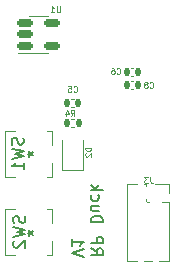
<source format=gbo>
G04 #@! TF.GenerationSoftware,KiCad,Pcbnew,(6.0.4-0)*
G04 #@! TF.CreationDate,2022-05-04T20:04:52-04:00*
G04 #@! TF.ProjectId,pico_ducky_pcb,7069636f-5f64-4756-936b-795f7063622e,rev?*
G04 #@! TF.SameCoordinates,Original*
G04 #@! TF.FileFunction,Legend,Bot*
G04 #@! TF.FilePolarity,Positive*
%FSLAX46Y46*%
G04 Gerber Fmt 4.6, Leading zero omitted, Abs format (unit mm)*
G04 Created by KiCad (PCBNEW (6.0.4-0)) date 2022-05-04 20:04:52*
%MOMM*%
%LPD*%
G01*
G04 APERTURE LIST*
G04 Aperture macros list*
%AMRoundRect*
0 Rectangle with rounded corners*
0 $1 Rounding radius*
0 $2 $3 $4 $5 $6 $7 $8 $9 X,Y pos of 4 corners*
0 Add a 4 corners polygon primitive as box body*
4,1,4,$2,$3,$4,$5,$6,$7,$8,$9,$2,$3,0*
0 Add four circle primitives for the rounded corners*
1,1,$1+$1,$2,$3*
1,1,$1+$1,$4,$5*
1,1,$1+$1,$6,$7*
1,1,$1+$1,$8,$9*
0 Add four rect primitives between the rounded corners*
20,1,$1+$1,$2,$3,$4,$5,0*
20,1,$1+$1,$4,$5,$6,$7,0*
20,1,$1+$1,$6,$7,$8,$9,0*
20,1,$1+$1,$8,$9,$2,$3,0*%
G04 Aperture macros list end*
%ADD10C,0.150000*%
%ADD11C,0.100000*%
%ADD12C,0.120000*%
%ADD13C,1.100000*%
%ADD14O,1.900000X3.500000*%
%ADD15C,0.711200*%
%ADD16R,0.812800X0.508000*%
%ADD17R,0.508000X0.889000*%
%ADD18RoundRect,0.150000X-0.512500X-0.150000X0.512500X-0.150000X0.512500X0.150000X-0.512500X0.150000X0*%
%ADD19RoundRect,0.140000X0.140000X0.170000X-0.140000X0.170000X-0.140000X-0.170000X0.140000X-0.170000X0*%
%ADD20R,0.450000X0.600000*%
%ADD21RoundRect,0.135000X0.135000X0.185000X-0.135000X0.185000X-0.135000X-0.185000X0.135000X-0.185000X0*%
%ADD22R,1.000000X1.000000*%
%ADD23O,1.000000X1.000000*%
G04 APERTURE END LIST*
D10*
X87402619Y-65912976D02*
X87878809Y-66246309D01*
X87402619Y-66484404D02*
X88402619Y-66484404D01*
X88402619Y-66103452D01*
X88355000Y-66008214D01*
X88307380Y-65960595D01*
X88212142Y-65912976D01*
X88069285Y-65912976D01*
X87974047Y-65960595D01*
X87926428Y-66008214D01*
X87878809Y-66103452D01*
X87878809Y-66484404D01*
X87402619Y-65484404D02*
X88402619Y-65484404D01*
X88402619Y-65103452D01*
X88355000Y-65008214D01*
X88307380Y-64960595D01*
X88212142Y-64912976D01*
X88069285Y-64912976D01*
X87974047Y-64960595D01*
X87926428Y-65008214D01*
X87878809Y-65103452D01*
X87878809Y-65484404D01*
X87402619Y-63722500D02*
X88402619Y-63722500D01*
X88402619Y-63484404D01*
X88355000Y-63341547D01*
X88259761Y-63246309D01*
X88164523Y-63198690D01*
X87974047Y-63151071D01*
X87831190Y-63151071D01*
X87640714Y-63198690D01*
X87545476Y-63246309D01*
X87450238Y-63341547D01*
X87402619Y-63484404D01*
X87402619Y-63722500D01*
X88069285Y-62293928D02*
X87402619Y-62293928D01*
X88069285Y-62722500D02*
X87545476Y-62722500D01*
X87450238Y-62674880D01*
X87402619Y-62579642D01*
X87402619Y-62436785D01*
X87450238Y-62341547D01*
X87497857Y-62293928D01*
X87450238Y-61389166D02*
X87402619Y-61484404D01*
X87402619Y-61674880D01*
X87450238Y-61770119D01*
X87497857Y-61817738D01*
X87593095Y-61865357D01*
X87878809Y-61865357D01*
X87974047Y-61817738D01*
X88021666Y-61770119D01*
X88069285Y-61674880D01*
X88069285Y-61484404D01*
X88021666Y-61389166D01*
X87402619Y-60960595D02*
X88402619Y-60960595D01*
X87783571Y-60865357D02*
X87402619Y-60579642D01*
X88069285Y-60579642D02*
X87688333Y-60960595D01*
X86792619Y-66627261D02*
X85792619Y-66293928D01*
X86792619Y-65960595D01*
X85792619Y-65103452D02*
X85792619Y-65674880D01*
X85792619Y-65389166D02*
X86792619Y-65389166D01*
X86649761Y-65484404D01*
X86554523Y-65579642D01*
X86506904Y-65674880D01*
X81654761Y-56556666D02*
X81702380Y-56699523D01*
X81702380Y-56937619D01*
X81654761Y-57032857D01*
X81607142Y-57080476D01*
X81511904Y-57128095D01*
X81416666Y-57128095D01*
X81321428Y-57080476D01*
X81273809Y-57032857D01*
X81226190Y-56937619D01*
X81178571Y-56747142D01*
X81130952Y-56651904D01*
X81083333Y-56604285D01*
X80988095Y-56556666D01*
X80892857Y-56556666D01*
X80797619Y-56604285D01*
X80750000Y-56651904D01*
X80702380Y-56747142D01*
X80702380Y-56985238D01*
X80750000Y-57128095D01*
X80702380Y-57461428D02*
X81702380Y-57699523D01*
X80988095Y-57890000D01*
X81702380Y-58080476D01*
X80702380Y-58318571D01*
X81702380Y-59223333D02*
X81702380Y-58651904D01*
X81702380Y-58937619D02*
X80702380Y-58937619D01*
X80845238Y-58842380D01*
X80940476Y-58747142D01*
X80988095Y-58651904D01*
X82052380Y-57900000D02*
X82290476Y-57900000D01*
X82195238Y-57661904D02*
X82290476Y-57900000D01*
X82195238Y-58138095D01*
X82480952Y-57757142D02*
X82290476Y-57900000D01*
X82480952Y-58042857D01*
D11*
X84780952Y-45426190D02*
X84780952Y-45830952D01*
X84757142Y-45878571D01*
X84733333Y-45902380D01*
X84685714Y-45926190D01*
X84590476Y-45926190D01*
X84542857Y-45902380D01*
X84519047Y-45878571D01*
X84495238Y-45830952D01*
X84495238Y-45426190D01*
X83995238Y-45926190D02*
X84280952Y-45926190D01*
X84138095Y-45926190D02*
X84138095Y-45426190D01*
X84185714Y-45497619D01*
X84233333Y-45545238D01*
X84280952Y-45569047D01*
X89593333Y-51108571D02*
X89617142Y-51132380D01*
X89688571Y-51156190D01*
X89736190Y-51156190D01*
X89807619Y-51132380D01*
X89855238Y-51084761D01*
X89879047Y-51037142D01*
X89902857Y-50941904D01*
X89902857Y-50870476D01*
X89879047Y-50775238D01*
X89855238Y-50727619D01*
X89807619Y-50680000D01*
X89736190Y-50656190D01*
X89688571Y-50656190D01*
X89617142Y-50680000D01*
X89593333Y-50703809D01*
X89164761Y-50656190D02*
X89260000Y-50656190D01*
X89307619Y-50680000D01*
X89331428Y-50703809D01*
X89379047Y-50775238D01*
X89402857Y-50870476D01*
X89402857Y-51060952D01*
X89379047Y-51108571D01*
X89355238Y-51132380D01*
X89307619Y-51156190D01*
X89212380Y-51156190D01*
X89164761Y-51132380D01*
X89140952Y-51108571D01*
X89117142Y-51060952D01*
X89117142Y-50941904D01*
X89140952Y-50894285D01*
X89164761Y-50870476D01*
X89212380Y-50846666D01*
X89307619Y-50846666D01*
X89355238Y-50870476D01*
X89379047Y-50894285D01*
X89402857Y-50941904D01*
X92393333Y-52278571D02*
X92417142Y-52302380D01*
X92488571Y-52326190D01*
X92536190Y-52326190D01*
X92607619Y-52302380D01*
X92655238Y-52254761D01*
X92679047Y-52207142D01*
X92702857Y-52111904D01*
X92702857Y-52040476D01*
X92679047Y-51945238D01*
X92655238Y-51897619D01*
X92607619Y-51850000D01*
X92536190Y-51826190D01*
X92488571Y-51826190D01*
X92417142Y-51850000D01*
X92393333Y-51873809D01*
X92107619Y-52040476D02*
X92155238Y-52016666D01*
X92179047Y-51992857D01*
X92202857Y-51945238D01*
X92202857Y-51921428D01*
X92179047Y-51873809D01*
X92155238Y-51850000D01*
X92107619Y-51826190D01*
X92012380Y-51826190D01*
X91964761Y-51850000D01*
X91940952Y-51873809D01*
X91917142Y-51921428D01*
X91917142Y-51945238D01*
X91940952Y-51992857D01*
X91964761Y-52016666D01*
X92012380Y-52040476D01*
X92107619Y-52040476D01*
X92155238Y-52064285D01*
X92179047Y-52088095D01*
X92202857Y-52135714D01*
X92202857Y-52230952D01*
X92179047Y-52278571D01*
X92155238Y-52302380D01*
X92107619Y-52326190D01*
X92012380Y-52326190D01*
X91964761Y-52302380D01*
X91940952Y-52278571D01*
X91917142Y-52230952D01*
X91917142Y-52135714D01*
X91940952Y-52088095D01*
X91964761Y-52064285D01*
X92012380Y-52040476D01*
X87426190Y-57380952D02*
X86926190Y-57380952D01*
X86926190Y-57500000D01*
X86950000Y-57571428D01*
X86997619Y-57619047D01*
X87045238Y-57642857D01*
X87140476Y-57666666D01*
X87211904Y-57666666D01*
X87307142Y-57642857D01*
X87354761Y-57619047D01*
X87402380Y-57571428D01*
X87426190Y-57500000D01*
X87426190Y-57380952D01*
X86973809Y-57857142D02*
X86950000Y-57880952D01*
X86926190Y-57928571D01*
X86926190Y-58047619D01*
X86950000Y-58095238D01*
X86973809Y-58119047D01*
X87021428Y-58142857D01*
X87069047Y-58142857D01*
X87140476Y-58119047D01*
X87426190Y-57833333D01*
X87426190Y-58142857D01*
D10*
X81784761Y-63186666D02*
X81832380Y-63329523D01*
X81832380Y-63567619D01*
X81784761Y-63662857D01*
X81737142Y-63710476D01*
X81641904Y-63758095D01*
X81546666Y-63758095D01*
X81451428Y-63710476D01*
X81403809Y-63662857D01*
X81356190Y-63567619D01*
X81308571Y-63377142D01*
X81260952Y-63281904D01*
X81213333Y-63234285D01*
X81118095Y-63186666D01*
X81022857Y-63186666D01*
X80927619Y-63234285D01*
X80880000Y-63281904D01*
X80832380Y-63377142D01*
X80832380Y-63615238D01*
X80880000Y-63758095D01*
X80832380Y-64091428D02*
X81832380Y-64329523D01*
X81118095Y-64520000D01*
X81832380Y-64710476D01*
X80832380Y-64948571D01*
X80927619Y-65281904D02*
X80880000Y-65329523D01*
X80832380Y-65424761D01*
X80832380Y-65662857D01*
X80880000Y-65758095D01*
X80927619Y-65805714D01*
X81022857Y-65853333D01*
X81118095Y-65853333D01*
X81260952Y-65805714D01*
X81832380Y-65234285D01*
X81832380Y-65853333D01*
X82052380Y-64600000D02*
X82290476Y-64600000D01*
X82195238Y-64361904D02*
X82290476Y-64600000D01*
X82195238Y-64838095D01*
X82480952Y-64457142D02*
X82290476Y-64600000D01*
X82480952Y-64742857D01*
D11*
X85708333Y-54701190D02*
X85875000Y-54463095D01*
X85994047Y-54701190D02*
X85994047Y-54201190D01*
X85803571Y-54201190D01*
X85755952Y-54225000D01*
X85732142Y-54248809D01*
X85708333Y-54296428D01*
X85708333Y-54367857D01*
X85732142Y-54415476D01*
X85755952Y-54439285D01*
X85803571Y-54463095D01*
X85994047Y-54463095D01*
X85279761Y-54367857D02*
X85279761Y-54701190D01*
X85398809Y-54177380D02*
X85517857Y-54534523D01*
X85208333Y-54534523D01*
X85933333Y-52618571D02*
X85957142Y-52642380D01*
X86028571Y-52666190D01*
X86076190Y-52666190D01*
X86147619Y-52642380D01*
X86195238Y-52594761D01*
X86219047Y-52547142D01*
X86242857Y-52451904D01*
X86242857Y-52380476D01*
X86219047Y-52285238D01*
X86195238Y-52237619D01*
X86147619Y-52190000D01*
X86076190Y-52166190D01*
X86028571Y-52166190D01*
X85957142Y-52190000D01*
X85933333Y-52213809D01*
X85480952Y-52166190D02*
X85719047Y-52166190D01*
X85742857Y-52404285D01*
X85719047Y-52380476D01*
X85671428Y-52356666D01*
X85552380Y-52356666D01*
X85504761Y-52380476D01*
X85480952Y-52404285D01*
X85457142Y-52451904D01*
X85457142Y-52570952D01*
X85480952Y-52618571D01*
X85504761Y-52642380D01*
X85552380Y-52666190D01*
X85671428Y-52666190D01*
X85719047Y-52642380D01*
X85742857Y-52618571D01*
X92436666Y-59886190D02*
X92436666Y-60243333D01*
X92460476Y-60314761D01*
X92508095Y-60362380D01*
X92579523Y-60386190D01*
X92627142Y-60386190D01*
X92246190Y-59886190D02*
X91936666Y-59886190D01*
X92103333Y-60076666D01*
X92031904Y-60076666D01*
X91984285Y-60100476D01*
X91960476Y-60124285D01*
X91936666Y-60171904D01*
X91936666Y-60290952D01*
X91960476Y-60338571D01*
X91984285Y-60362380D01*
X92031904Y-60386190D01*
X92174761Y-60386190D01*
X92222380Y-60362380D01*
X92246190Y-60338571D01*
D12*
X81015061Y-59830400D02*
X80118800Y-59830400D01*
X84081200Y-55969600D02*
X84081200Y-57122760D01*
X84081200Y-59830400D02*
X83693339Y-59830400D01*
X80118800Y-59830400D02*
X80118800Y-55969600D01*
X83693339Y-55969600D02*
X84081200Y-55969600D01*
X84081200Y-58677240D02*
X84081200Y-59830400D01*
X80118800Y-55969600D02*
X81015061Y-55969600D01*
X83000000Y-46240000D02*
X83800000Y-46240000D01*
X83000000Y-49360000D02*
X83800000Y-49360000D01*
X83000000Y-49360000D02*
X81200000Y-49360000D01*
X83000000Y-46240000D02*
X82200000Y-46240000D01*
X91007836Y-51740000D02*
X90792164Y-51740000D01*
X91007836Y-52460000D02*
X90792164Y-52460000D01*
X91007836Y-50640000D02*
X90792164Y-50640000D01*
X91007836Y-51360000D02*
X90792164Y-51360000D01*
X86700000Y-59250000D02*
X85000000Y-59250000D01*
X86700000Y-59250000D02*
X86700000Y-56700000D01*
X85000000Y-59250000D02*
X85000000Y-56700000D01*
X80118800Y-66480400D02*
X80118800Y-62619600D01*
X81015061Y-66480400D02*
X80118800Y-66480400D01*
X84081200Y-65327240D02*
X84081200Y-66480400D01*
X84081200Y-62619600D02*
X84081200Y-63772760D01*
X84081200Y-66480400D02*
X83693339Y-66480400D01*
X83693339Y-62619600D02*
X84081200Y-62619600D01*
X80118800Y-62619600D02*
X81015061Y-62619600D01*
X86003641Y-54920000D02*
X85696359Y-54920000D01*
X86003641Y-55680000D02*
X85696359Y-55680000D01*
X85957836Y-53240000D02*
X85742164Y-53240000D01*
X85957836Y-53960000D02*
X85742164Y-53960000D01*
X92100000Y-60636529D02*
X92100000Y-60505000D01*
X92296529Y-61960000D02*
X92153471Y-61960000D01*
X93990000Y-61200000D02*
X93990000Y-60440000D01*
X90460000Y-60505000D02*
X90460000Y-66975000D01*
X93990000Y-66975000D02*
X93167530Y-66975000D01*
X91282470Y-60505000D02*
X90460000Y-60505000D01*
X92100000Y-61906529D02*
X92100000Y-61763471D01*
X92100000Y-60505000D02*
X91897530Y-60505000D01*
X93990000Y-60440000D02*
X92860000Y-60440000D01*
X92552470Y-66975000D02*
X91897530Y-66975000D01*
X93990000Y-61960000D02*
X93423471Y-61960000D01*
X93990000Y-61960000D02*
X93990000Y-66975000D01*
X91282470Y-66975000D02*
X90460000Y-66975000D01*
%LPC*%
D13*
X84700000Y-43100000D03*
X89300000Y-43100000D03*
D14*
X81300000Y-43100000D03*
X92700000Y-43100000D03*
D15*
X82354200Y-56899999D03*
X82354200Y-58900001D03*
D16*
X81754201Y-59600002D03*
X81754201Y-56199998D03*
X82954199Y-56199998D03*
D17*
X84004199Y-57900000D03*
D16*
X82954199Y-59600002D03*
D18*
X81862500Y-48750000D03*
X81862500Y-47800000D03*
X81862500Y-46850000D03*
X84137500Y-46850000D03*
X84137500Y-48750000D03*
D19*
X91380000Y-52100000D03*
X90420000Y-52100000D03*
X91380000Y-51000000D03*
X90420000Y-51000000D03*
D20*
X85850000Y-58800000D03*
X85850000Y-56700000D03*
D15*
X82354200Y-65550001D03*
X82354200Y-63549999D03*
D16*
X81754201Y-66250002D03*
X81754201Y-62849998D03*
X82954199Y-62849998D03*
D17*
X84004199Y-64550000D03*
D16*
X82954199Y-66250002D03*
D21*
X86360000Y-55300000D03*
X85340000Y-55300000D03*
D19*
X86330000Y-53600000D03*
X85370000Y-53600000D03*
D22*
X92860000Y-61200000D03*
D23*
X91590000Y-61200000D03*
X92860000Y-62470000D03*
X91590000Y-62470000D03*
X92860000Y-63740000D03*
X91590000Y-63740000D03*
X92860000Y-65010000D03*
X91590000Y-65010000D03*
X92860000Y-66280000D03*
X91590000Y-66280000D03*
M02*

</source>
